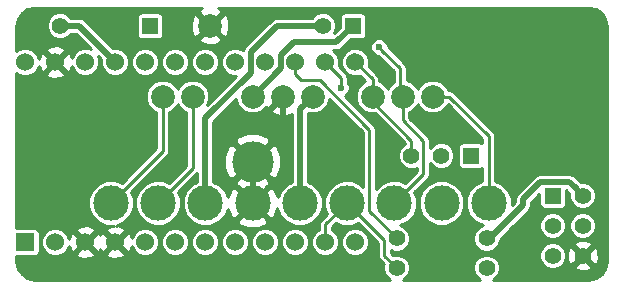
<source format=gbr>
G04 #@! TF.FileFunction,Copper,L2,Bot,Signal*
%FSLAX46Y46*%
G04 Gerber Fmt 4.6, Leading zero omitted, Abs format (unit mm)*
G04 Created by KiCad (PCBNEW 4.0.1-stable) date 2017/09/04 6:08:59*
%MOMM*%
G01*
G04 APERTURE LIST*
%ADD10C,0.100000*%
%ADD11C,0.700000*%
%ADD12R,1.397000X1.397000*%
%ADD13C,1.397000*%
%ADD14R,1.524000X1.524000*%
%ADD15C,1.524000*%
%ADD16C,2.000000*%
%ADD17C,3.000000*%
%ADD18C,3.500000*%
%ADD19C,0.600000*%
%ADD20C,0.500000*%
%ADD21C,0.250000*%
%ADD22C,0.254000*%
G04 APERTURE END LIST*
D10*
D11*
X206300000Y-118100000D03*
X180700000Y-126300000D03*
X180700000Y-105300000D03*
X180700000Y-111300000D03*
X180700000Y-115900000D03*
X180700000Y-120900000D03*
X185300000Y-120900000D03*
X185300000Y-111300000D03*
X185300000Y-115900000D03*
X190300000Y-115900000D03*
X214900000Y-104500000D03*
X228300000Y-117100000D03*
X228300000Y-111700000D03*
X193700000Y-114300000D03*
X228300000Y-104700000D03*
X218300000Y-124900000D03*
X213900000Y-122700000D03*
X210500000Y-126300000D03*
X211300000Y-118100000D03*
D12*
X218500000Y-116500000D03*
D13*
X215960000Y-116500000D03*
X213420000Y-116500000D03*
D12*
X225420000Y-119880000D03*
D13*
X227960000Y-119880000D03*
X225420000Y-122420000D03*
X227960000Y-122420000D03*
X225420000Y-124960000D03*
X227960000Y-124960000D03*
D12*
X208500000Y-105500000D03*
D13*
X205960000Y-105500000D03*
D14*
X180770000Y-123820000D03*
D15*
X183310000Y-123820000D03*
X185850000Y-123820000D03*
X188390000Y-123820000D03*
X190930000Y-123820000D03*
X193470000Y-123820000D03*
X196010000Y-123820000D03*
X198550000Y-123820000D03*
X201090000Y-123820000D03*
X203630000Y-123820000D03*
X206170000Y-123820000D03*
X208710000Y-123820000D03*
X208710000Y-108580000D03*
X206170000Y-108580000D03*
X203630000Y-108580000D03*
X201090000Y-108580000D03*
X198550000Y-108580000D03*
X196010000Y-108580000D03*
X193470000Y-108580000D03*
X190930000Y-108580000D03*
X188390000Y-108580000D03*
X185850000Y-108580000D03*
X183310000Y-108580000D03*
X180770000Y-108580000D03*
D16*
X215240000Y-111500000D03*
X212700000Y-111500000D03*
X210160000Y-111500000D03*
X205080000Y-111500000D03*
X202540000Y-111500000D03*
X200000000Y-111500000D03*
X194920000Y-111500000D03*
X192380000Y-111500000D03*
D17*
X200000000Y-120500000D03*
D18*
X200000000Y-117000000D03*
D17*
X204000000Y-120500000D03*
X208000000Y-120500000D03*
X212000000Y-120500000D03*
X216000000Y-120500000D03*
X220000000Y-120500000D03*
X196000000Y-120500000D03*
X192000000Y-120500000D03*
X188000000Y-120500000D03*
D16*
X196400000Y-105500000D03*
D13*
X212190000Y-123500000D03*
X219810000Y-123500000D03*
X212190000Y-126000000D03*
X219810000Y-126000000D03*
D12*
X191310000Y-105500000D03*
D13*
X183690000Y-105500000D03*
D11*
X190300000Y-111300000D03*
D19*
X210700000Y-107300000D03*
X207500000Y-110750000D03*
D20*
X219810000Y-123500000D02*
X220100000Y-123500000D01*
X220100000Y-123500000D02*
X222900000Y-120700000D01*
X222900000Y-120700000D02*
X222900000Y-120192998D01*
X227261501Y-119181501D02*
X227960000Y-119880000D01*
X222900000Y-120192998D02*
X224361499Y-118731499D01*
X224361499Y-118731499D02*
X226811499Y-118731499D01*
X226811499Y-118731499D02*
X227261501Y-119181501D01*
X200000000Y-111500000D02*
X202417999Y-109082001D01*
X202417999Y-109082001D02*
X202417999Y-107998239D01*
X202417999Y-107998239D02*
X203516238Y-106900000D01*
X203516238Y-106900000D02*
X207100000Y-106900000D01*
X207100000Y-106900000D02*
X208500000Y-105500000D01*
X208051510Y-105948487D02*
X208500000Y-105500000D01*
X208051510Y-105368583D02*
X208051510Y-105948487D01*
X183690000Y-105500000D02*
X185310000Y-105500000D01*
X185310000Y-105500000D02*
X188390000Y-108580000D01*
X200000000Y-117000000D02*
X200000000Y-120500000D01*
X202540000Y-111500000D02*
X202540000Y-114460000D01*
X202540000Y-114460000D02*
X200000000Y-117000000D01*
X204000000Y-120500000D02*
X204000000Y-112580000D01*
X204000000Y-112580000D02*
X205080000Y-111500000D01*
D21*
X213420000Y-116500000D02*
X213420000Y-115220000D01*
X213420000Y-115220000D02*
X210160000Y-111960000D01*
X210160000Y-111960000D02*
X210160000Y-111500000D01*
X210160000Y-111500000D02*
X210160000Y-110030000D01*
X210160000Y-110030000D02*
X208710000Y-108580000D01*
X208500000Y-107910000D02*
X208970000Y-108380000D01*
D20*
X196000000Y-120500000D02*
X196000000Y-113353998D01*
X196000000Y-113353998D02*
X199877999Y-109475999D01*
X199877999Y-109475999D02*
X199877999Y-107722001D01*
X199877999Y-107722001D02*
X202100000Y-105500000D01*
X202100000Y-105500000D02*
X205960000Y-105500000D01*
D21*
X220000000Y-120500000D02*
X220000000Y-114845787D01*
X220000000Y-114845787D02*
X216654213Y-111500000D01*
X216654213Y-111500000D02*
X215240000Y-111500000D01*
X212500000Y-111300000D02*
X212500000Y-109100000D01*
X212500000Y-109100000D02*
X210999999Y-107599999D01*
X210999999Y-107599999D02*
X210700000Y-107300000D01*
X212000000Y-120500000D02*
X214443501Y-118056499D01*
X214443501Y-118056499D02*
X214443501Y-115243501D01*
X214443501Y-115243501D02*
X212700000Y-113500000D01*
X212700000Y-113500000D02*
X212700000Y-111500000D01*
X207500000Y-110750000D02*
X207500000Y-109910000D01*
X207500000Y-109910000D02*
X206170000Y-108580000D01*
X192000000Y-120500000D02*
X194920000Y-117580000D01*
X194920000Y-117580000D02*
X194920000Y-111500000D01*
X212190000Y-123500000D02*
X209900000Y-121210000D01*
X209900000Y-121210000D02*
X209900000Y-114300000D01*
X209900000Y-114300000D02*
X205700000Y-110100000D01*
X205700000Y-110100000D02*
X204100000Y-110100000D01*
X204100000Y-110100000D02*
X203630000Y-109630000D01*
X203630000Y-109630000D02*
X203630000Y-108580000D01*
X188000000Y-120500000D02*
X192380000Y-116120000D01*
X192380000Y-116120000D02*
X192380000Y-111500000D01*
X208000000Y-120500000D02*
X206170000Y-122330000D01*
X206170000Y-122330000D02*
X206170000Y-123820000D01*
X212190000Y-126000000D02*
X211166499Y-124976499D01*
X211166499Y-124976499D02*
X211166499Y-123666499D01*
X211166499Y-123666499D02*
X208000000Y-120500000D01*
D22*
G36*
X195525736Y-104080613D02*
X195427073Y-104347468D01*
X196400000Y-105320395D01*
X197372927Y-104347468D01*
X197274264Y-104080613D01*
X197062662Y-104002000D01*
X228450559Y-104002000D01*
X229069496Y-104125115D01*
X229552292Y-104447708D01*
X229874886Y-104930504D01*
X229998000Y-105549441D01*
X229998000Y-125450559D01*
X229874886Y-126069496D01*
X229552292Y-126552292D01*
X229069496Y-126874885D01*
X228450559Y-126998000D01*
X220341940Y-126998000D01*
X220446712Y-126954709D01*
X220763596Y-126638377D01*
X220935304Y-126224858D01*
X220935695Y-125777106D01*
X220764709Y-125363288D01*
X220584630Y-125182894D01*
X224294305Y-125182894D01*
X224465291Y-125596712D01*
X224781623Y-125913596D01*
X225195142Y-126085304D01*
X225642894Y-126085695D01*
X226056712Y-125914709D01*
X226077268Y-125894188D01*
X227205417Y-125894188D01*
X227267071Y-126129800D01*
X227767480Y-126305927D01*
X228297199Y-126277148D01*
X228652929Y-126129800D01*
X228714583Y-125894188D01*
X227960000Y-125139605D01*
X227205417Y-125894188D01*
X226077268Y-125894188D01*
X226373596Y-125598377D01*
X226545304Y-125184858D01*
X226545668Y-124767480D01*
X226614073Y-124767480D01*
X226642852Y-125297199D01*
X226790200Y-125652929D01*
X227025812Y-125714583D01*
X227780395Y-124960000D01*
X228139605Y-124960000D01*
X228894188Y-125714583D01*
X229129800Y-125652929D01*
X229305927Y-125152520D01*
X229277148Y-124622801D01*
X229129800Y-124267071D01*
X228894188Y-124205417D01*
X228139605Y-124960000D01*
X227780395Y-124960000D01*
X227025812Y-124205417D01*
X226790200Y-124267071D01*
X226614073Y-124767480D01*
X226545668Y-124767480D01*
X226545695Y-124737106D01*
X226374709Y-124323288D01*
X226077752Y-124025812D01*
X227205417Y-124025812D01*
X227960000Y-124780395D01*
X228714583Y-124025812D01*
X228652929Y-123790200D01*
X228152520Y-123614073D01*
X227622801Y-123642852D01*
X227267071Y-123790200D01*
X227205417Y-124025812D01*
X226077752Y-124025812D01*
X226058377Y-124006404D01*
X225644858Y-123834696D01*
X225197106Y-123834305D01*
X224783288Y-124005291D01*
X224466404Y-124321623D01*
X224294696Y-124735142D01*
X224294305Y-125182894D01*
X220584630Y-125182894D01*
X220448377Y-125046404D01*
X220034858Y-124874696D01*
X219587106Y-124874305D01*
X219173288Y-125045291D01*
X218856404Y-125361623D01*
X218684696Y-125775142D01*
X218684305Y-126222894D01*
X218855291Y-126636712D01*
X219171623Y-126953596D01*
X219278560Y-126998000D01*
X212721940Y-126998000D01*
X212826712Y-126954709D01*
X213143596Y-126638377D01*
X213315304Y-126224858D01*
X213315695Y-125777106D01*
X213144709Y-125363288D01*
X212828377Y-125046404D01*
X212414858Y-124874696D01*
X211967106Y-124874305D01*
X211880667Y-124910021D01*
X211718499Y-124747853D01*
X211718499Y-124522889D01*
X211965142Y-124625304D01*
X212412894Y-124625695D01*
X212826712Y-124454709D01*
X213143596Y-124138377D01*
X213315304Y-123724858D01*
X213315695Y-123277106D01*
X213144709Y-122863288D01*
X212828377Y-122546404D01*
X212461821Y-122394197D01*
X213090132Y-122134584D01*
X213632678Y-121592983D01*
X213926665Y-120884986D01*
X213926667Y-120881622D01*
X214072666Y-120881622D01*
X214365416Y-121590132D01*
X214907017Y-122132678D01*
X215615014Y-122426665D01*
X216381622Y-122427334D01*
X217090132Y-122134584D01*
X217632678Y-121592983D01*
X217926665Y-120884986D01*
X217927334Y-120118378D01*
X217634584Y-119409868D01*
X217092983Y-118867322D01*
X216384986Y-118573335D01*
X215618378Y-118572666D01*
X214909868Y-118865416D01*
X214367322Y-119407017D01*
X214073335Y-120115014D01*
X214072666Y-120881622D01*
X213926667Y-120881622D01*
X213927334Y-120118378D01*
X213703643Y-119577003D01*
X214833824Y-118446822D01*
X214953482Y-118267741D01*
X214953483Y-118267740D01*
X214995501Y-118056499D01*
X214995501Y-117113018D01*
X215005291Y-117136712D01*
X215321623Y-117453596D01*
X215735142Y-117625304D01*
X216182894Y-117625695D01*
X216596712Y-117454709D01*
X216913596Y-117138377D01*
X217085304Y-116724858D01*
X217085695Y-116277106D01*
X216914709Y-115863288D01*
X216598377Y-115546404D01*
X216184858Y-115374696D01*
X215737106Y-115374305D01*
X215323288Y-115545291D01*
X215006404Y-115861623D01*
X214995501Y-115887880D01*
X214995501Y-115243501D01*
X214953483Y-115032260D01*
X214953483Y-115032259D01*
X214833824Y-114853178D01*
X213252000Y-113271354D01*
X213252000Y-112815935D01*
X213507275Y-112710457D01*
X213909047Y-112309386D01*
X213969881Y-112162882D01*
X214029543Y-112307275D01*
X214430614Y-112709047D01*
X214954907Y-112926752D01*
X215522603Y-112927248D01*
X216047275Y-112710457D01*
X216449047Y-112309386D01*
X216517676Y-112144109D01*
X219448000Y-115074433D01*
X219448000Y-115455179D01*
X219367881Y-115400436D01*
X219198500Y-115366135D01*
X217801500Y-115366135D01*
X217643263Y-115395909D01*
X217497933Y-115489427D01*
X217400436Y-115632119D01*
X217366135Y-115801500D01*
X217366135Y-117198500D01*
X217395909Y-117356737D01*
X217489427Y-117502067D01*
X217632119Y-117599564D01*
X217801500Y-117633865D01*
X219198500Y-117633865D01*
X219356737Y-117604091D01*
X219448000Y-117545364D01*
X219448000Y-118643065D01*
X218909868Y-118865416D01*
X218367322Y-119407017D01*
X218073335Y-120115014D01*
X218072666Y-120881622D01*
X218365416Y-121590132D01*
X218907017Y-122132678D01*
X219537890Y-122394640D01*
X219173288Y-122545291D01*
X218856404Y-122861623D01*
X218684696Y-123275142D01*
X218684305Y-123722894D01*
X218855291Y-124136712D01*
X219171623Y-124453596D01*
X219585142Y-124625304D01*
X220032894Y-124625695D01*
X220446712Y-124454709D01*
X220763596Y-124138377D01*
X220935304Y-123724858D01*
X220935394Y-123622028D01*
X221914528Y-122642894D01*
X224294305Y-122642894D01*
X224465291Y-123056712D01*
X224781623Y-123373596D01*
X225195142Y-123545304D01*
X225642894Y-123545695D01*
X226056712Y-123374709D01*
X226373596Y-123058377D01*
X226545304Y-122644858D01*
X226545305Y-122642894D01*
X226834305Y-122642894D01*
X227005291Y-123056712D01*
X227321623Y-123373596D01*
X227735142Y-123545304D01*
X228182894Y-123545695D01*
X228596712Y-123374709D01*
X228913596Y-123058377D01*
X229085304Y-122644858D01*
X229085695Y-122197106D01*
X228914709Y-121783288D01*
X228598377Y-121466404D01*
X228184858Y-121294696D01*
X227737106Y-121294305D01*
X227323288Y-121465291D01*
X227006404Y-121781623D01*
X226834696Y-122195142D01*
X226834305Y-122642894D01*
X226545305Y-122642894D01*
X226545695Y-122197106D01*
X226374709Y-121783288D01*
X226058377Y-121466404D01*
X225644858Y-121294696D01*
X225197106Y-121294305D01*
X224783288Y-121465291D01*
X224466404Y-121781623D01*
X224294696Y-122195142D01*
X224294305Y-122642894D01*
X221914528Y-122642894D01*
X223378711Y-121178711D01*
X223414288Y-121125466D01*
X223525466Y-120959077D01*
X223577000Y-120700000D01*
X223577000Y-120473420D01*
X224286135Y-119764285D01*
X224286135Y-120578500D01*
X224315909Y-120736737D01*
X224409427Y-120882067D01*
X224552119Y-120979564D01*
X224721500Y-121013865D01*
X226118500Y-121013865D01*
X226276737Y-120984091D01*
X226422067Y-120890573D01*
X226519564Y-120747881D01*
X226553865Y-120578500D01*
X226553865Y-119431287D01*
X226834646Y-119712068D01*
X226834305Y-120102894D01*
X227005291Y-120516712D01*
X227321623Y-120833596D01*
X227735142Y-121005304D01*
X228182894Y-121005695D01*
X228596712Y-120834709D01*
X228913596Y-120518377D01*
X229085304Y-120104858D01*
X229085695Y-119657106D01*
X228914709Y-119243288D01*
X228598377Y-118926404D01*
X228184858Y-118754696D01*
X227791775Y-118754353D01*
X227290210Y-118252788D01*
X227070576Y-118106033D01*
X226811499Y-118054499D01*
X224361499Y-118054499D01*
X224102423Y-118106032D01*
X223882788Y-118252788D01*
X222421289Y-119714287D01*
X222274534Y-119933921D01*
X222223000Y-120192998D01*
X222223000Y-120419578D01*
X221926813Y-120715765D01*
X221927334Y-120118378D01*
X221634584Y-119409868D01*
X221092983Y-118867322D01*
X220552000Y-118642685D01*
X220552000Y-114845787D01*
X220509982Y-114634546D01*
X220390323Y-114455464D01*
X217044536Y-111109677D01*
X216865455Y-110990018D01*
X216654213Y-110948000D01*
X216555935Y-110948000D01*
X216450457Y-110692725D01*
X216049386Y-110290953D01*
X215525093Y-110073248D01*
X214957397Y-110072752D01*
X214432725Y-110289543D01*
X214030953Y-110690614D01*
X213970119Y-110837118D01*
X213910457Y-110692725D01*
X213509386Y-110290953D01*
X213052000Y-110101030D01*
X213052000Y-109100000D01*
X213009982Y-108888759D01*
X213009982Y-108888758D01*
X212890323Y-108709677D01*
X211427047Y-107246401D01*
X211427126Y-107156025D01*
X211316680Y-106888725D01*
X211112350Y-106684039D01*
X210845244Y-106573126D01*
X210556025Y-106572874D01*
X210288725Y-106683320D01*
X210084039Y-106887650D01*
X209973126Y-107154756D01*
X209972874Y-107443975D01*
X210083320Y-107711275D01*
X210287650Y-107915961D01*
X210554756Y-108026874D01*
X210646308Y-108026954D01*
X211948000Y-109328646D01*
X211948000Y-110266704D01*
X211892725Y-110289543D01*
X211490953Y-110690614D01*
X211430119Y-110837118D01*
X211370457Y-110692725D01*
X210969386Y-110290953D01*
X210712000Y-110184077D01*
X210712000Y-110030000D01*
X210669982Y-109818759D01*
X210669982Y-109818758D01*
X210550323Y-109639677D01*
X209848737Y-108938091D01*
X209898793Y-108817544D01*
X209899206Y-108344531D01*
X209718573Y-107907365D01*
X209384394Y-107572603D01*
X208947544Y-107391207D01*
X208665708Y-107390961D01*
X208500000Y-107358000D01*
X208288758Y-107400018D01*
X208109677Y-107519677D01*
X208089489Y-107549890D01*
X208037365Y-107571427D01*
X207702603Y-107905606D01*
X207521207Y-108342456D01*
X207520794Y-108815469D01*
X207701427Y-109252635D01*
X208035606Y-109587397D01*
X208472456Y-109768793D01*
X208945469Y-109769206D01*
X209067951Y-109718597D01*
X209555225Y-110205871D01*
X209352725Y-110289543D01*
X208950953Y-110690614D01*
X208733248Y-111214907D01*
X208732752Y-111782603D01*
X208949543Y-112307275D01*
X209350614Y-112709047D01*
X209874907Y-112926752D01*
X210346518Y-112927164D01*
X212868000Y-115448646D01*
X212868000Y-115510289D01*
X212783288Y-115545291D01*
X212466404Y-115861623D01*
X212294696Y-116275142D01*
X212294305Y-116722894D01*
X212465291Y-117136712D01*
X212781623Y-117453596D01*
X213195142Y-117625304D01*
X213642894Y-117625695D01*
X213891501Y-117522973D01*
X213891501Y-117827853D01*
X212922728Y-118796626D01*
X212384986Y-118573335D01*
X211618378Y-118572666D01*
X210909868Y-118865416D01*
X210452000Y-119322486D01*
X210452000Y-114300000D01*
X210409982Y-114088759D01*
X210409982Y-114088758D01*
X210290323Y-113909677D01*
X207795262Y-111414616D01*
X207911275Y-111366680D01*
X208115961Y-111162350D01*
X208226874Y-110895244D01*
X208227126Y-110606025D01*
X208116680Y-110338725D01*
X208052000Y-110273932D01*
X208052000Y-109910000D01*
X208023995Y-109769206D01*
X208009982Y-109698758D01*
X207890323Y-109519677D01*
X207308737Y-108938091D01*
X207358793Y-108817544D01*
X207359206Y-108344531D01*
X207178573Y-107907365D01*
X206848783Y-107577000D01*
X207100000Y-107577000D01*
X207359077Y-107525466D01*
X207578711Y-107378711D01*
X208323557Y-106633865D01*
X209198500Y-106633865D01*
X209356737Y-106604091D01*
X209502067Y-106510573D01*
X209599564Y-106367881D01*
X209633865Y-106198500D01*
X209633865Y-104801500D01*
X209604091Y-104643263D01*
X209510573Y-104497933D01*
X209367881Y-104400436D01*
X209198500Y-104366135D01*
X207801500Y-104366135D01*
X207643263Y-104395909D01*
X207497933Y-104489427D01*
X207400436Y-104632119D01*
X207366135Y-104801500D01*
X207366135Y-105676443D01*
X206920267Y-106122311D01*
X207085304Y-105724858D01*
X207085695Y-105277106D01*
X206914709Y-104863288D01*
X206598377Y-104546404D01*
X206184858Y-104374696D01*
X205737106Y-104374305D01*
X205323288Y-104545291D01*
X205045094Y-104823000D01*
X202100000Y-104823000D01*
X201840923Y-104874534D01*
X201632903Y-105013529D01*
X201621289Y-105021289D01*
X199399288Y-107243290D01*
X199252533Y-107462924D01*
X199229666Y-107577884D01*
X199224394Y-107572603D01*
X198787544Y-107391207D01*
X198314531Y-107390794D01*
X197877365Y-107571427D01*
X197542603Y-107905606D01*
X197361207Y-108342456D01*
X197360794Y-108815469D01*
X197541427Y-109252635D01*
X197875606Y-109587397D01*
X198312456Y-109768793D01*
X198627508Y-109769068D01*
X196158769Y-112237807D01*
X196346752Y-111785093D01*
X196347248Y-111217397D01*
X196130457Y-110692725D01*
X195729386Y-110290953D01*
X195205093Y-110073248D01*
X194637397Y-110072752D01*
X194112725Y-110289543D01*
X193710953Y-110690614D01*
X193650119Y-110837118D01*
X193590457Y-110692725D01*
X193189386Y-110290953D01*
X192665093Y-110073248D01*
X192097397Y-110072752D01*
X191572725Y-110289543D01*
X191170953Y-110690614D01*
X190953248Y-111214907D01*
X190952752Y-111782603D01*
X191169543Y-112307275D01*
X191570614Y-112709047D01*
X191828000Y-112815923D01*
X191828000Y-115891354D01*
X188922728Y-118796626D01*
X188384986Y-118573335D01*
X187618378Y-118572666D01*
X186909868Y-118865416D01*
X186367322Y-119407017D01*
X186073335Y-120115014D01*
X186072666Y-120881622D01*
X186365416Y-121590132D01*
X186907017Y-122132678D01*
X187615014Y-122426665D01*
X188270417Y-122427237D01*
X188042632Y-122438638D01*
X187658857Y-122597603D01*
X187589392Y-122839787D01*
X188390000Y-123640395D01*
X189190608Y-122839787D01*
X189121143Y-122597603D01*
X188597698Y-122410856D01*
X188397217Y-122420890D01*
X189090132Y-122134584D01*
X189632678Y-121592983D01*
X189926665Y-120884986D01*
X189927334Y-120118378D01*
X189703643Y-119577003D01*
X192770323Y-116510323D01*
X192889981Y-116331242D01*
X192889982Y-116331241D01*
X192932000Y-116120000D01*
X192932000Y-112815935D01*
X193187275Y-112710457D01*
X193589047Y-112309386D01*
X193649881Y-112162882D01*
X193709543Y-112307275D01*
X194110614Y-112709047D01*
X194368000Y-112815923D01*
X194368000Y-117351354D01*
X192922728Y-118796626D01*
X192384986Y-118573335D01*
X191618378Y-118572666D01*
X190909868Y-118865416D01*
X190367322Y-119407017D01*
X190073335Y-120115014D01*
X190072666Y-120881622D01*
X190365416Y-121590132D01*
X190907017Y-122132678D01*
X191615014Y-122426665D01*
X192381622Y-122427334D01*
X193090132Y-122134584D01*
X193632678Y-121592983D01*
X193926665Y-120884986D01*
X193927334Y-120118378D01*
X193703643Y-119577003D01*
X195310323Y-117970323D01*
X195323000Y-117951351D01*
X195323000Y-118694714D01*
X194909868Y-118865416D01*
X194367322Y-119407017D01*
X194073335Y-120115014D01*
X194072666Y-120881622D01*
X194365416Y-121590132D01*
X194907017Y-122132678D01*
X195615014Y-122426665D01*
X196381622Y-122427334D01*
X197090132Y-122134584D01*
X197210956Y-122013970D01*
X198665635Y-122013970D01*
X198825418Y-122332739D01*
X199616187Y-122642723D01*
X200465387Y-122626497D01*
X201174582Y-122332739D01*
X201334365Y-122013970D01*
X200000000Y-120679605D01*
X198665635Y-122013970D01*
X197210956Y-122013970D01*
X197632678Y-121592983D01*
X197883379Y-120989230D01*
X198167261Y-121674582D01*
X198486030Y-121834365D01*
X199820395Y-120500000D01*
X198486030Y-119165635D01*
X198167261Y-119325418D01*
X197890943Y-120030305D01*
X197634584Y-119409868D01*
X197092983Y-118867322D01*
X196677000Y-118694590D01*
X196677000Y-118694528D01*
X198485077Y-118694528D01*
X198675364Y-119039271D01*
X198747774Y-119068169D01*
X200000000Y-120320395D01*
X201250356Y-119070039D01*
X201324636Y-119039271D01*
X201514923Y-118694528D01*
X200000000Y-117179605D01*
X198485077Y-118694528D01*
X196677000Y-118694528D01*
X196677000Y-116556591D01*
X197609044Y-116556591D01*
X197621359Y-117505323D01*
X197960729Y-118324636D01*
X198305472Y-118514923D01*
X199820395Y-117000000D01*
X200179605Y-117000000D01*
X201694528Y-118514923D01*
X202039271Y-118324636D01*
X202390956Y-117443409D01*
X202378641Y-116494677D01*
X202039271Y-115675364D01*
X201694528Y-115485077D01*
X200179605Y-117000000D01*
X199820395Y-117000000D01*
X198305472Y-115485077D01*
X197960729Y-115675364D01*
X197609044Y-116556591D01*
X196677000Y-116556591D01*
X196677000Y-115305472D01*
X198485077Y-115305472D01*
X200000000Y-116820395D01*
X201514923Y-115305472D01*
X201324636Y-114960729D01*
X200443409Y-114609044D01*
X199494677Y-114621359D01*
X198675364Y-114960729D01*
X198485077Y-115305472D01*
X196677000Y-115305472D01*
X196677000Y-113634420D01*
X198572790Y-111738630D01*
X198572752Y-111782603D01*
X198789543Y-112307275D01*
X199190614Y-112709047D01*
X199714907Y-112926752D01*
X200282603Y-112927248D01*
X200807275Y-112710457D01*
X201137720Y-112380589D01*
X201387468Y-112472927D01*
X202360395Y-111500000D01*
X202346253Y-111485858D01*
X202525858Y-111306253D01*
X202540000Y-111320395D01*
X202554143Y-111306253D01*
X202733748Y-111485858D01*
X202719605Y-111500000D01*
X202733748Y-111514143D01*
X202554143Y-111693748D01*
X202540000Y-111679605D01*
X201567073Y-112652532D01*
X201665736Y-112919387D01*
X202275461Y-113145908D01*
X202925460Y-113121856D01*
X203323000Y-112957190D01*
X203323000Y-118694714D01*
X202909868Y-118865416D01*
X202367322Y-119407017D01*
X202116621Y-120010770D01*
X201832739Y-119325418D01*
X201513970Y-119165635D01*
X200179605Y-120500000D01*
X201513970Y-121834365D01*
X201832739Y-121674582D01*
X202109057Y-120969695D01*
X202365416Y-121590132D01*
X202907017Y-122132678D01*
X203615014Y-122426665D01*
X204381622Y-122427334D01*
X205090132Y-122134584D01*
X205632678Y-121592983D01*
X205926665Y-120884986D01*
X205927334Y-120118378D01*
X205634584Y-119409868D01*
X205092983Y-118867322D01*
X204677000Y-118694590D01*
X204677000Y-112877793D01*
X204794907Y-112926752D01*
X205362603Y-112927248D01*
X205887275Y-112710457D01*
X206289047Y-112309386D01*
X206506752Y-111785093D01*
X206506837Y-111687483D01*
X209348000Y-114528646D01*
X209348000Y-119122784D01*
X209092983Y-118867322D01*
X208384986Y-118573335D01*
X207618378Y-118572666D01*
X206909868Y-118865416D01*
X206367322Y-119407017D01*
X206073335Y-120115014D01*
X206072666Y-120881622D01*
X206296357Y-121422997D01*
X205779677Y-121939677D01*
X205660018Y-122118758D01*
X205660018Y-122118759D01*
X205618000Y-122330000D01*
X205618000Y-122761582D01*
X205497365Y-122811427D01*
X205162603Y-123145606D01*
X204981207Y-123582456D01*
X204980794Y-124055469D01*
X205161427Y-124492635D01*
X205495606Y-124827397D01*
X205932456Y-125008793D01*
X206405469Y-125009206D01*
X206842635Y-124828573D01*
X207177397Y-124494394D01*
X207358793Y-124057544D01*
X207358794Y-124055469D01*
X207520794Y-124055469D01*
X207701427Y-124492635D01*
X208035606Y-124827397D01*
X208472456Y-125008793D01*
X208945469Y-125009206D01*
X209382635Y-124828573D01*
X209717397Y-124494394D01*
X209898793Y-124057544D01*
X209899206Y-123584531D01*
X209718573Y-123147365D01*
X209384394Y-122812603D01*
X208947544Y-122631207D01*
X208474531Y-122630794D01*
X208037365Y-122811427D01*
X207702603Y-123145606D01*
X207521207Y-123582456D01*
X207520794Y-124055469D01*
X207358794Y-124055469D01*
X207359206Y-123584531D01*
X207178573Y-123147365D01*
X206844394Y-122812603D01*
X206722000Y-122761781D01*
X206722000Y-122558646D01*
X207077272Y-122203374D01*
X207615014Y-122426665D01*
X208381622Y-122427334D01*
X208922997Y-122203643D01*
X210614499Y-123895145D01*
X210614499Y-124976499D01*
X210656517Y-125187741D01*
X210776176Y-125366822D01*
X211099846Y-125690492D01*
X211064696Y-125775142D01*
X211064305Y-126222894D01*
X211235291Y-126636712D01*
X211551623Y-126953596D01*
X211658560Y-126998000D01*
X181549441Y-126998000D01*
X180930504Y-126874886D01*
X180447708Y-126552292D01*
X180125115Y-126069496D01*
X180002000Y-125450559D01*
X180002000Y-125016150D01*
X180008000Y-125017365D01*
X181532000Y-125017365D01*
X181690237Y-124987591D01*
X181835567Y-124894073D01*
X181933064Y-124751381D01*
X181967365Y-124582000D01*
X181967365Y-124055469D01*
X182120794Y-124055469D01*
X182301427Y-124492635D01*
X182635606Y-124827397D01*
X183072456Y-125008793D01*
X183545469Y-125009206D01*
X183982635Y-124828573D01*
X184011044Y-124800213D01*
X185049392Y-124800213D01*
X185118857Y-125042397D01*
X185642302Y-125229144D01*
X186197368Y-125201362D01*
X186581143Y-125042397D01*
X186650608Y-124800213D01*
X187589392Y-124800213D01*
X187658857Y-125042397D01*
X188182302Y-125229144D01*
X188737368Y-125201362D01*
X189121143Y-125042397D01*
X189190608Y-124800213D01*
X188390000Y-123999605D01*
X187589392Y-124800213D01*
X186650608Y-124800213D01*
X185850000Y-123999605D01*
X185049392Y-124800213D01*
X184011044Y-124800213D01*
X184317397Y-124494394D01*
X184466976Y-124134167D01*
X184468638Y-124167368D01*
X184627603Y-124551143D01*
X184869787Y-124620608D01*
X185670395Y-123820000D01*
X186029605Y-123820000D01*
X186830213Y-124620608D01*
X187072397Y-124551143D01*
X187116453Y-124427656D01*
X187167603Y-124551143D01*
X187409787Y-124620608D01*
X188210395Y-123820000D01*
X188569605Y-123820000D01*
X189370213Y-124620608D01*
X189612397Y-124551143D01*
X189766790Y-124118385D01*
X189921427Y-124492635D01*
X190255606Y-124827397D01*
X190692456Y-125008793D01*
X191165469Y-125009206D01*
X191602635Y-124828573D01*
X191937397Y-124494394D01*
X192118793Y-124057544D01*
X192118794Y-124055469D01*
X192280794Y-124055469D01*
X192461427Y-124492635D01*
X192795606Y-124827397D01*
X193232456Y-125008793D01*
X193705469Y-125009206D01*
X194142635Y-124828573D01*
X194477397Y-124494394D01*
X194658793Y-124057544D01*
X194658794Y-124055469D01*
X194820794Y-124055469D01*
X195001427Y-124492635D01*
X195335606Y-124827397D01*
X195772456Y-125008793D01*
X196245469Y-125009206D01*
X196682635Y-124828573D01*
X197017397Y-124494394D01*
X197198793Y-124057544D01*
X197198794Y-124055469D01*
X197360794Y-124055469D01*
X197541427Y-124492635D01*
X197875606Y-124827397D01*
X198312456Y-125008793D01*
X198785469Y-125009206D01*
X199222635Y-124828573D01*
X199557397Y-124494394D01*
X199738793Y-124057544D01*
X199738794Y-124055469D01*
X199900794Y-124055469D01*
X200081427Y-124492635D01*
X200415606Y-124827397D01*
X200852456Y-125008793D01*
X201325469Y-125009206D01*
X201762635Y-124828573D01*
X202097397Y-124494394D01*
X202278793Y-124057544D01*
X202278794Y-124055469D01*
X202440794Y-124055469D01*
X202621427Y-124492635D01*
X202955606Y-124827397D01*
X203392456Y-125008793D01*
X203865469Y-125009206D01*
X204302635Y-124828573D01*
X204637397Y-124494394D01*
X204818793Y-124057544D01*
X204819206Y-123584531D01*
X204638573Y-123147365D01*
X204304394Y-122812603D01*
X203867544Y-122631207D01*
X203394531Y-122630794D01*
X202957365Y-122811427D01*
X202622603Y-123145606D01*
X202441207Y-123582456D01*
X202440794Y-124055469D01*
X202278794Y-124055469D01*
X202279206Y-123584531D01*
X202098573Y-123147365D01*
X201764394Y-122812603D01*
X201327544Y-122631207D01*
X200854531Y-122630794D01*
X200417365Y-122811427D01*
X200082603Y-123145606D01*
X199901207Y-123582456D01*
X199900794Y-124055469D01*
X199738794Y-124055469D01*
X199739206Y-123584531D01*
X199558573Y-123147365D01*
X199224394Y-122812603D01*
X198787544Y-122631207D01*
X198314531Y-122630794D01*
X197877365Y-122811427D01*
X197542603Y-123145606D01*
X197361207Y-123582456D01*
X197360794Y-124055469D01*
X197198794Y-124055469D01*
X197199206Y-123584531D01*
X197018573Y-123147365D01*
X196684394Y-122812603D01*
X196247544Y-122631207D01*
X195774531Y-122630794D01*
X195337365Y-122811427D01*
X195002603Y-123145606D01*
X194821207Y-123582456D01*
X194820794Y-124055469D01*
X194658794Y-124055469D01*
X194659206Y-123584531D01*
X194478573Y-123147365D01*
X194144394Y-122812603D01*
X193707544Y-122631207D01*
X193234531Y-122630794D01*
X192797365Y-122811427D01*
X192462603Y-123145606D01*
X192281207Y-123582456D01*
X192280794Y-124055469D01*
X192118794Y-124055469D01*
X192119206Y-123584531D01*
X191938573Y-123147365D01*
X191604394Y-122812603D01*
X191167544Y-122631207D01*
X190694531Y-122630794D01*
X190257365Y-122811427D01*
X189922603Y-123145606D01*
X189773024Y-123505833D01*
X189771362Y-123472632D01*
X189612397Y-123088857D01*
X189370213Y-123019392D01*
X188569605Y-123820000D01*
X188210395Y-123820000D01*
X187409787Y-123019392D01*
X187167603Y-123088857D01*
X187123547Y-123212344D01*
X187072397Y-123088857D01*
X186830213Y-123019392D01*
X186029605Y-123820000D01*
X185670395Y-123820000D01*
X184869787Y-123019392D01*
X184627603Y-123088857D01*
X184473210Y-123521615D01*
X184318573Y-123147365D01*
X184011531Y-122839787D01*
X185049392Y-122839787D01*
X185850000Y-123640395D01*
X186650608Y-122839787D01*
X186581143Y-122597603D01*
X186057698Y-122410856D01*
X185502632Y-122438638D01*
X185118857Y-122597603D01*
X185049392Y-122839787D01*
X184011531Y-122839787D01*
X183984394Y-122812603D01*
X183547544Y-122631207D01*
X183074531Y-122630794D01*
X182637365Y-122811427D01*
X182302603Y-123145606D01*
X182121207Y-123582456D01*
X182120794Y-124055469D01*
X181967365Y-124055469D01*
X181967365Y-123058000D01*
X181937591Y-122899763D01*
X181844073Y-122754433D01*
X181701381Y-122656936D01*
X181532000Y-122622635D01*
X180008000Y-122622635D01*
X180002000Y-122623764D01*
X180002000Y-109493628D01*
X180095606Y-109587397D01*
X180532456Y-109768793D01*
X181005469Y-109769206D01*
X181442635Y-109588573D01*
X181471044Y-109560213D01*
X182509392Y-109560213D01*
X182578857Y-109802397D01*
X183102302Y-109989144D01*
X183657368Y-109961362D01*
X184041143Y-109802397D01*
X184110608Y-109560213D01*
X183310000Y-108759605D01*
X182509392Y-109560213D01*
X181471044Y-109560213D01*
X181777397Y-109254394D01*
X181926976Y-108894167D01*
X181928638Y-108927368D01*
X182087603Y-109311143D01*
X182329787Y-109380608D01*
X183130395Y-108580000D01*
X182329787Y-107779392D01*
X182087603Y-107848857D01*
X181933210Y-108281615D01*
X181778573Y-107907365D01*
X181471531Y-107599787D01*
X182509392Y-107599787D01*
X183310000Y-108400395D01*
X184110608Y-107599787D01*
X184041143Y-107357603D01*
X183517698Y-107170856D01*
X182962632Y-107198638D01*
X182578857Y-107357603D01*
X182509392Y-107599787D01*
X181471531Y-107599787D01*
X181444394Y-107572603D01*
X181007544Y-107391207D01*
X180534531Y-107390794D01*
X180097365Y-107571427D01*
X180002000Y-107666626D01*
X180002000Y-105722894D01*
X182564305Y-105722894D01*
X182735291Y-106136712D01*
X183051623Y-106453596D01*
X183465142Y-106625304D01*
X183912894Y-106625695D01*
X184326712Y-106454709D01*
X184604906Y-106177000D01*
X185029578Y-106177000D01*
X186354731Y-107502153D01*
X186087544Y-107391207D01*
X185614531Y-107390794D01*
X185177365Y-107571427D01*
X184842603Y-107905606D01*
X184693024Y-108265833D01*
X184691362Y-108232632D01*
X184532397Y-107848857D01*
X184290213Y-107779392D01*
X183489605Y-108580000D01*
X184290213Y-109380608D01*
X184532397Y-109311143D01*
X184686790Y-108878385D01*
X184841427Y-109252635D01*
X185175606Y-109587397D01*
X185612456Y-109768793D01*
X186085469Y-109769206D01*
X186522635Y-109588573D01*
X186857397Y-109254394D01*
X187038793Y-108817544D01*
X187039206Y-108344531D01*
X186928022Y-108075444D01*
X187201202Y-108348624D01*
X187200794Y-108815469D01*
X187381427Y-109252635D01*
X187715606Y-109587397D01*
X188152456Y-109768793D01*
X188625469Y-109769206D01*
X189062635Y-109588573D01*
X189397397Y-109254394D01*
X189578793Y-108817544D01*
X189578794Y-108815469D01*
X189740794Y-108815469D01*
X189921427Y-109252635D01*
X190255606Y-109587397D01*
X190692456Y-109768793D01*
X191165469Y-109769206D01*
X191602635Y-109588573D01*
X191937397Y-109254394D01*
X192118793Y-108817544D01*
X192118794Y-108815469D01*
X192280794Y-108815469D01*
X192461427Y-109252635D01*
X192795606Y-109587397D01*
X193232456Y-109768793D01*
X193705469Y-109769206D01*
X194142635Y-109588573D01*
X194477397Y-109254394D01*
X194658793Y-108817544D01*
X194658794Y-108815469D01*
X194820794Y-108815469D01*
X195001427Y-109252635D01*
X195335606Y-109587397D01*
X195772456Y-109768793D01*
X196245469Y-109769206D01*
X196682635Y-109588573D01*
X197017397Y-109254394D01*
X197198793Y-108817544D01*
X197199206Y-108344531D01*
X197018573Y-107907365D01*
X196684394Y-107572603D01*
X196247544Y-107391207D01*
X195774531Y-107390794D01*
X195337365Y-107571427D01*
X195002603Y-107905606D01*
X194821207Y-108342456D01*
X194820794Y-108815469D01*
X194658794Y-108815469D01*
X194659206Y-108344531D01*
X194478573Y-107907365D01*
X194144394Y-107572603D01*
X193707544Y-107391207D01*
X193234531Y-107390794D01*
X192797365Y-107571427D01*
X192462603Y-107905606D01*
X192281207Y-108342456D01*
X192280794Y-108815469D01*
X192118794Y-108815469D01*
X192119206Y-108344531D01*
X191938573Y-107907365D01*
X191604394Y-107572603D01*
X191167544Y-107391207D01*
X190694531Y-107390794D01*
X190257365Y-107571427D01*
X189922603Y-107905606D01*
X189741207Y-108342456D01*
X189740794Y-108815469D01*
X189578794Y-108815469D01*
X189579206Y-108344531D01*
X189398573Y-107907365D01*
X189064394Y-107572603D01*
X188627544Y-107391207D01*
X188158219Y-107390797D01*
X187419954Y-106652532D01*
X195427073Y-106652532D01*
X195525736Y-106919387D01*
X196135461Y-107145908D01*
X196785460Y-107121856D01*
X197274264Y-106919387D01*
X197372927Y-106652532D01*
X196400000Y-105679605D01*
X195427073Y-106652532D01*
X187419954Y-106652532D01*
X185788711Y-105021289D01*
X185777097Y-105013529D01*
X185569077Y-104874534D01*
X185310000Y-104823000D01*
X184604491Y-104823000D01*
X184583029Y-104801500D01*
X190176135Y-104801500D01*
X190176135Y-106198500D01*
X190205909Y-106356737D01*
X190299427Y-106502067D01*
X190442119Y-106599564D01*
X190611500Y-106633865D01*
X192008500Y-106633865D01*
X192166737Y-106604091D01*
X192312067Y-106510573D01*
X192409564Y-106367881D01*
X192443865Y-106198500D01*
X192443865Y-105235461D01*
X194754092Y-105235461D01*
X194778144Y-105885460D01*
X194980613Y-106374264D01*
X195247468Y-106472927D01*
X196220395Y-105500000D01*
X196579605Y-105500000D01*
X197552532Y-106472927D01*
X197819387Y-106374264D01*
X198045908Y-105764539D01*
X198021856Y-105114540D01*
X197819387Y-104625736D01*
X197552532Y-104527073D01*
X196579605Y-105500000D01*
X196220395Y-105500000D01*
X195247468Y-104527073D01*
X194980613Y-104625736D01*
X194754092Y-105235461D01*
X192443865Y-105235461D01*
X192443865Y-104801500D01*
X192414091Y-104643263D01*
X192320573Y-104497933D01*
X192177881Y-104400436D01*
X192008500Y-104366135D01*
X190611500Y-104366135D01*
X190453263Y-104395909D01*
X190307933Y-104489427D01*
X190210436Y-104632119D01*
X190176135Y-104801500D01*
X184583029Y-104801500D01*
X184328377Y-104546404D01*
X183914858Y-104374696D01*
X183467106Y-104374305D01*
X183053288Y-104545291D01*
X182736404Y-104861623D01*
X182564696Y-105275142D01*
X182564305Y-105722894D01*
X180002000Y-105722894D01*
X180002000Y-105549441D01*
X180125115Y-104930504D01*
X180447708Y-104447708D01*
X180930504Y-104125114D01*
X181549441Y-104002000D01*
X195715525Y-104002000D01*
X195525736Y-104080613D01*
X195525736Y-104080613D01*
G37*
X195525736Y-104080613D02*
X195427073Y-104347468D01*
X196400000Y-105320395D01*
X197372927Y-104347468D01*
X197274264Y-104080613D01*
X197062662Y-104002000D01*
X228450559Y-104002000D01*
X229069496Y-104125115D01*
X229552292Y-104447708D01*
X229874886Y-104930504D01*
X229998000Y-105549441D01*
X229998000Y-125450559D01*
X229874886Y-126069496D01*
X229552292Y-126552292D01*
X229069496Y-126874885D01*
X228450559Y-126998000D01*
X220341940Y-126998000D01*
X220446712Y-126954709D01*
X220763596Y-126638377D01*
X220935304Y-126224858D01*
X220935695Y-125777106D01*
X220764709Y-125363288D01*
X220584630Y-125182894D01*
X224294305Y-125182894D01*
X224465291Y-125596712D01*
X224781623Y-125913596D01*
X225195142Y-126085304D01*
X225642894Y-126085695D01*
X226056712Y-125914709D01*
X226077268Y-125894188D01*
X227205417Y-125894188D01*
X227267071Y-126129800D01*
X227767480Y-126305927D01*
X228297199Y-126277148D01*
X228652929Y-126129800D01*
X228714583Y-125894188D01*
X227960000Y-125139605D01*
X227205417Y-125894188D01*
X226077268Y-125894188D01*
X226373596Y-125598377D01*
X226545304Y-125184858D01*
X226545668Y-124767480D01*
X226614073Y-124767480D01*
X226642852Y-125297199D01*
X226790200Y-125652929D01*
X227025812Y-125714583D01*
X227780395Y-124960000D01*
X228139605Y-124960000D01*
X228894188Y-125714583D01*
X229129800Y-125652929D01*
X229305927Y-125152520D01*
X229277148Y-124622801D01*
X229129800Y-124267071D01*
X228894188Y-124205417D01*
X228139605Y-124960000D01*
X227780395Y-124960000D01*
X227025812Y-124205417D01*
X226790200Y-124267071D01*
X226614073Y-124767480D01*
X226545668Y-124767480D01*
X226545695Y-124737106D01*
X226374709Y-124323288D01*
X226077752Y-124025812D01*
X227205417Y-124025812D01*
X227960000Y-124780395D01*
X228714583Y-124025812D01*
X228652929Y-123790200D01*
X228152520Y-123614073D01*
X227622801Y-123642852D01*
X227267071Y-123790200D01*
X227205417Y-124025812D01*
X226077752Y-124025812D01*
X226058377Y-124006404D01*
X225644858Y-123834696D01*
X225197106Y-123834305D01*
X224783288Y-124005291D01*
X224466404Y-124321623D01*
X224294696Y-124735142D01*
X224294305Y-125182894D01*
X220584630Y-125182894D01*
X220448377Y-125046404D01*
X220034858Y-124874696D01*
X219587106Y-124874305D01*
X219173288Y-125045291D01*
X218856404Y-125361623D01*
X218684696Y-125775142D01*
X218684305Y-126222894D01*
X218855291Y-126636712D01*
X219171623Y-126953596D01*
X219278560Y-126998000D01*
X212721940Y-126998000D01*
X212826712Y-126954709D01*
X213143596Y-126638377D01*
X213315304Y-126224858D01*
X213315695Y-125777106D01*
X213144709Y-125363288D01*
X212828377Y-125046404D01*
X212414858Y-124874696D01*
X211967106Y-124874305D01*
X211880667Y-124910021D01*
X211718499Y-124747853D01*
X211718499Y-124522889D01*
X211965142Y-124625304D01*
X212412894Y-124625695D01*
X212826712Y-124454709D01*
X213143596Y-124138377D01*
X213315304Y-123724858D01*
X213315695Y-123277106D01*
X213144709Y-122863288D01*
X212828377Y-122546404D01*
X212461821Y-122394197D01*
X213090132Y-122134584D01*
X213632678Y-121592983D01*
X213926665Y-120884986D01*
X213926667Y-120881622D01*
X214072666Y-120881622D01*
X214365416Y-121590132D01*
X214907017Y-122132678D01*
X215615014Y-122426665D01*
X216381622Y-122427334D01*
X217090132Y-122134584D01*
X217632678Y-121592983D01*
X217926665Y-120884986D01*
X217927334Y-120118378D01*
X217634584Y-119409868D01*
X217092983Y-118867322D01*
X216384986Y-118573335D01*
X215618378Y-118572666D01*
X214909868Y-118865416D01*
X214367322Y-119407017D01*
X214073335Y-120115014D01*
X214072666Y-120881622D01*
X213926667Y-120881622D01*
X213927334Y-120118378D01*
X213703643Y-119577003D01*
X214833824Y-118446822D01*
X214953482Y-118267741D01*
X214953483Y-118267740D01*
X214995501Y-118056499D01*
X214995501Y-117113018D01*
X215005291Y-117136712D01*
X215321623Y-117453596D01*
X215735142Y-117625304D01*
X216182894Y-117625695D01*
X216596712Y-117454709D01*
X216913596Y-117138377D01*
X217085304Y-116724858D01*
X217085695Y-116277106D01*
X216914709Y-115863288D01*
X216598377Y-115546404D01*
X216184858Y-115374696D01*
X215737106Y-115374305D01*
X215323288Y-115545291D01*
X215006404Y-115861623D01*
X214995501Y-115887880D01*
X214995501Y-115243501D01*
X214953483Y-115032260D01*
X214953483Y-115032259D01*
X214833824Y-114853178D01*
X213252000Y-113271354D01*
X213252000Y-112815935D01*
X213507275Y-112710457D01*
X213909047Y-112309386D01*
X213969881Y-112162882D01*
X214029543Y-112307275D01*
X214430614Y-112709047D01*
X214954907Y-112926752D01*
X215522603Y-112927248D01*
X216047275Y-112710457D01*
X216449047Y-112309386D01*
X216517676Y-112144109D01*
X219448000Y-115074433D01*
X219448000Y-115455179D01*
X219367881Y-115400436D01*
X219198500Y-115366135D01*
X217801500Y-115366135D01*
X217643263Y-115395909D01*
X217497933Y-115489427D01*
X217400436Y-115632119D01*
X217366135Y-115801500D01*
X217366135Y-117198500D01*
X217395909Y-117356737D01*
X217489427Y-117502067D01*
X217632119Y-117599564D01*
X217801500Y-117633865D01*
X219198500Y-117633865D01*
X219356737Y-117604091D01*
X219448000Y-117545364D01*
X219448000Y-118643065D01*
X218909868Y-118865416D01*
X218367322Y-119407017D01*
X218073335Y-120115014D01*
X218072666Y-120881622D01*
X218365416Y-121590132D01*
X218907017Y-122132678D01*
X219537890Y-122394640D01*
X219173288Y-122545291D01*
X218856404Y-122861623D01*
X218684696Y-123275142D01*
X218684305Y-123722894D01*
X218855291Y-124136712D01*
X219171623Y-124453596D01*
X219585142Y-124625304D01*
X220032894Y-124625695D01*
X220446712Y-124454709D01*
X220763596Y-124138377D01*
X220935304Y-123724858D01*
X220935394Y-123622028D01*
X221914528Y-122642894D01*
X224294305Y-122642894D01*
X224465291Y-123056712D01*
X224781623Y-123373596D01*
X225195142Y-123545304D01*
X225642894Y-123545695D01*
X226056712Y-123374709D01*
X226373596Y-123058377D01*
X226545304Y-122644858D01*
X226545305Y-122642894D01*
X226834305Y-122642894D01*
X227005291Y-123056712D01*
X227321623Y-123373596D01*
X227735142Y-123545304D01*
X228182894Y-123545695D01*
X228596712Y-123374709D01*
X228913596Y-123058377D01*
X229085304Y-122644858D01*
X229085695Y-122197106D01*
X228914709Y-121783288D01*
X228598377Y-121466404D01*
X228184858Y-121294696D01*
X227737106Y-121294305D01*
X227323288Y-121465291D01*
X227006404Y-121781623D01*
X226834696Y-122195142D01*
X226834305Y-122642894D01*
X226545305Y-122642894D01*
X226545695Y-122197106D01*
X226374709Y-121783288D01*
X226058377Y-121466404D01*
X225644858Y-121294696D01*
X225197106Y-121294305D01*
X224783288Y-121465291D01*
X224466404Y-121781623D01*
X224294696Y-122195142D01*
X224294305Y-122642894D01*
X221914528Y-122642894D01*
X223378711Y-121178711D01*
X223414288Y-121125466D01*
X223525466Y-120959077D01*
X223577000Y-120700000D01*
X223577000Y-120473420D01*
X224286135Y-119764285D01*
X224286135Y-120578500D01*
X224315909Y-120736737D01*
X224409427Y-120882067D01*
X224552119Y-120979564D01*
X224721500Y-121013865D01*
X226118500Y-121013865D01*
X226276737Y-120984091D01*
X226422067Y-120890573D01*
X226519564Y-120747881D01*
X226553865Y-120578500D01*
X226553865Y-119431287D01*
X226834646Y-119712068D01*
X226834305Y-120102894D01*
X227005291Y-120516712D01*
X227321623Y-120833596D01*
X227735142Y-121005304D01*
X228182894Y-121005695D01*
X228596712Y-120834709D01*
X228913596Y-120518377D01*
X229085304Y-120104858D01*
X229085695Y-119657106D01*
X228914709Y-119243288D01*
X228598377Y-118926404D01*
X228184858Y-118754696D01*
X227791775Y-118754353D01*
X227290210Y-118252788D01*
X227070576Y-118106033D01*
X226811499Y-118054499D01*
X224361499Y-118054499D01*
X224102423Y-118106032D01*
X223882788Y-118252788D01*
X222421289Y-119714287D01*
X222274534Y-119933921D01*
X222223000Y-120192998D01*
X222223000Y-120419578D01*
X221926813Y-120715765D01*
X221927334Y-120118378D01*
X221634584Y-119409868D01*
X221092983Y-118867322D01*
X220552000Y-118642685D01*
X220552000Y-114845787D01*
X220509982Y-114634546D01*
X220390323Y-114455464D01*
X217044536Y-111109677D01*
X216865455Y-110990018D01*
X216654213Y-110948000D01*
X216555935Y-110948000D01*
X216450457Y-110692725D01*
X216049386Y-110290953D01*
X215525093Y-110073248D01*
X214957397Y-110072752D01*
X214432725Y-110289543D01*
X214030953Y-110690614D01*
X213970119Y-110837118D01*
X213910457Y-110692725D01*
X213509386Y-110290953D01*
X213052000Y-110101030D01*
X213052000Y-109100000D01*
X213009982Y-108888759D01*
X213009982Y-108888758D01*
X212890323Y-108709677D01*
X211427047Y-107246401D01*
X211427126Y-107156025D01*
X211316680Y-106888725D01*
X211112350Y-106684039D01*
X210845244Y-106573126D01*
X210556025Y-106572874D01*
X210288725Y-106683320D01*
X210084039Y-106887650D01*
X209973126Y-107154756D01*
X209972874Y-107443975D01*
X210083320Y-107711275D01*
X210287650Y-107915961D01*
X210554756Y-108026874D01*
X210646308Y-108026954D01*
X211948000Y-109328646D01*
X211948000Y-110266704D01*
X211892725Y-110289543D01*
X211490953Y-110690614D01*
X211430119Y-110837118D01*
X211370457Y-110692725D01*
X210969386Y-110290953D01*
X210712000Y-110184077D01*
X210712000Y-110030000D01*
X210669982Y-109818759D01*
X210669982Y-109818758D01*
X210550323Y-109639677D01*
X209848737Y-108938091D01*
X209898793Y-108817544D01*
X209899206Y-108344531D01*
X209718573Y-107907365D01*
X209384394Y-107572603D01*
X208947544Y-107391207D01*
X208665708Y-107390961D01*
X208500000Y-107358000D01*
X208288758Y-107400018D01*
X208109677Y-107519677D01*
X208089489Y-107549890D01*
X208037365Y-107571427D01*
X207702603Y-107905606D01*
X207521207Y-108342456D01*
X207520794Y-108815469D01*
X207701427Y-109252635D01*
X208035606Y-109587397D01*
X208472456Y-109768793D01*
X208945469Y-109769206D01*
X209067951Y-109718597D01*
X209555225Y-110205871D01*
X209352725Y-110289543D01*
X208950953Y-110690614D01*
X208733248Y-111214907D01*
X208732752Y-111782603D01*
X208949543Y-112307275D01*
X209350614Y-112709047D01*
X209874907Y-112926752D01*
X210346518Y-112927164D01*
X212868000Y-115448646D01*
X212868000Y-115510289D01*
X212783288Y-115545291D01*
X212466404Y-115861623D01*
X212294696Y-116275142D01*
X212294305Y-116722894D01*
X212465291Y-117136712D01*
X212781623Y-117453596D01*
X213195142Y-117625304D01*
X213642894Y-117625695D01*
X213891501Y-117522973D01*
X213891501Y-117827853D01*
X212922728Y-118796626D01*
X212384986Y-118573335D01*
X211618378Y-118572666D01*
X210909868Y-118865416D01*
X210452000Y-119322486D01*
X210452000Y-114300000D01*
X210409982Y-114088759D01*
X210409982Y-114088758D01*
X210290323Y-113909677D01*
X207795262Y-111414616D01*
X207911275Y-111366680D01*
X208115961Y-111162350D01*
X208226874Y-110895244D01*
X208227126Y-110606025D01*
X208116680Y-110338725D01*
X208052000Y-110273932D01*
X208052000Y-109910000D01*
X208023995Y-109769206D01*
X208009982Y-109698758D01*
X207890323Y-109519677D01*
X207308737Y-108938091D01*
X207358793Y-108817544D01*
X207359206Y-108344531D01*
X207178573Y-107907365D01*
X206848783Y-107577000D01*
X207100000Y-107577000D01*
X207359077Y-107525466D01*
X207578711Y-107378711D01*
X208323557Y-106633865D01*
X209198500Y-106633865D01*
X209356737Y-106604091D01*
X209502067Y-106510573D01*
X209599564Y-106367881D01*
X209633865Y-106198500D01*
X209633865Y-104801500D01*
X209604091Y-104643263D01*
X209510573Y-104497933D01*
X209367881Y-104400436D01*
X209198500Y-104366135D01*
X207801500Y-104366135D01*
X207643263Y-104395909D01*
X207497933Y-104489427D01*
X207400436Y-104632119D01*
X207366135Y-104801500D01*
X207366135Y-105676443D01*
X206920267Y-106122311D01*
X207085304Y-105724858D01*
X207085695Y-105277106D01*
X206914709Y-104863288D01*
X206598377Y-104546404D01*
X206184858Y-104374696D01*
X205737106Y-104374305D01*
X205323288Y-104545291D01*
X205045094Y-104823000D01*
X202100000Y-104823000D01*
X201840923Y-104874534D01*
X201632903Y-105013529D01*
X201621289Y-105021289D01*
X199399288Y-107243290D01*
X199252533Y-107462924D01*
X199229666Y-107577884D01*
X199224394Y-107572603D01*
X198787544Y-107391207D01*
X198314531Y-107390794D01*
X197877365Y-107571427D01*
X197542603Y-107905606D01*
X197361207Y-108342456D01*
X197360794Y-108815469D01*
X197541427Y-109252635D01*
X197875606Y-109587397D01*
X198312456Y-109768793D01*
X198627508Y-109769068D01*
X196158769Y-112237807D01*
X196346752Y-111785093D01*
X196347248Y-111217397D01*
X196130457Y-110692725D01*
X195729386Y-110290953D01*
X195205093Y-110073248D01*
X194637397Y-110072752D01*
X194112725Y-110289543D01*
X193710953Y-110690614D01*
X193650119Y-110837118D01*
X193590457Y-110692725D01*
X193189386Y-110290953D01*
X192665093Y-110073248D01*
X192097397Y-110072752D01*
X191572725Y-110289543D01*
X191170953Y-110690614D01*
X190953248Y-111214907D01*
X190952752Y-111782603D01*
X191169543Y-112307275D01*
X191570614Y-112709047D01*
X191828000Y-112815923D01*
X191828000Y-115891354D01*
X188922728Y-118796626D01*
X188384986Y-118573335D01*
X187618378Y-118572666D01*
X186909868Y-118865416D01*
X186367322Y-119407017D01*
X186073335Y-120115014D01*
X186072666Y-120881622D01*
X186365416Y-121590132D01*
X186907017Y-122132678D01*
X187615014Y-122426665D01*
X188270417Y-122427237D01*
X188042632Y-122438638D01*
X187658857Y-122597603D01*
X187589392Y-122839787D01*
X188390000Y-123640395D01*
X189190608Y-122839787D01*
X189121143Y-122597603D01*
X188597698Y-122410856D01*
X188397217Y-122420890D01*
X189090132Y-122134584D01*
X189632678Y-121592983D01*
X189926665Y-120884986D01*
X189927334Y-120118378D01*
X189703643Y-119577003D01*
X192770323Y-116510323D01*
X192889981Y-116331242D01*
X192889982Y-116331241D01*
X192932000Y-116120000D01*
X192932000Y-112815935D01*
X193187275Y-112710457D01*
X193589047Y-112309386D01*
X193649881Y-112162882D01*
X193709543Y-112307275D01*
X194110614Y-112709047D01*
X194368000Y-112815923D01*
X194368000Y-117351354D01*
X192922728Y-118796626D01*
X192384986Y-118573335D01*
X191618378Y-118572666D01*
X190909868Y-118865416D01*
X190367322Y-119407017D01*
X190073335Y-120115014D01*
X190072666Y-120881622D01*
X190365416Y-121590132D01*
X190907017Y-122132678D01*
X191615014Y-122426665D01*
X192381622Y-122427334D01*
X193090132Y-122134584D01*
X193632678Y-121592983D01*
X193926665Y-120884986D01*
X193927334Y-120118378D01*
X193703643Y-119577003D01*
X195310323Y-117970323D01*
X195323000Y-117951351D01*
X195323000Y-118694714D01*
X194909868Y-118865416D01*
X194367322Y-119407017D01*
X194073335Y-120115014D01*
X194072666Y-120881622D01*
X194365416Y-121590132D01*
X194907017Y-122132678D01*
X195615014Y-122426665D01*
X196381622Y-122427334D01*
X197090132Y-122134584D01*
X197210956Y-122013970D01*
X198665635Y-122013970D01*
X198825418Y-122332739D01*
X199616187Y-122642723D01*
X200465387Y-122626497D01*
X201174582Y-122332739D01*
X201334365Y-122013970D01*
X200000000Y-120679605D01*
X198665635Y-122013970D01*
X197210956Y-122013970D01*
X197632678Y-121592983D01*
X197883379Y-120989230D01*
X198167261Y-121674582D01*
X198486030Y-121834365D01*
X199820395Y-120500000D01*
X198486030Y-119165635D01*
X198167261Y-119325418D01*
X197890943Y-120030305D01*
X197634584Y-119409868D01*
X197092983Y-118867322D01*
X196677000Y-118694590D01*
X196677000Y-118694528D01*
X198485077Y-118694528D01*
X198675364Y-119039271D01*
X198747774Y-119068169D01*
X200000000Y-120320395D01*
X201250356Y-119070039D01*
X201324636Y-119039271D01*
X201514923Y-118694528D01*
X200000000Y-117179605D01*
X198485077Y-118694528D01*
X196677000Y-118694528D01*
X196677000Y-116556591D01*
X197609044Y-116556591D01*
X197621359Y-117505323D01*
X197960729Y-118324636D01*
X198305472Y-118514923D01*
X199820395Y-117000000D01*
X200179605Y-117000000D01*
X201694528Y-118514923D01*
X202039271Y-118324636D01*
X202390956Y-117443409D01*
X202378641Y-116494677D01*
X202039271Y-115675364D01*
X201694528Y-115485077D01*
X200179605Y-117000000D01*
X199820395Y-117000000D01*
X198305472Y-115485077D01*
X197960729Y-115675364D01*
X197609044Y-116556591D01*
X196677000Y-116556591D01*
X196677000Y-115305472D01*
X198485077Y-115305472D01*
X200000000Y-116820395D01*
X201514923Y-115305472D01*
X201324636Y-114960729D01*
X200443409Y-114609044D01*
X199494677Y-114621359D01*
X198675364Y-114960729D01*
X198485077Y-115305472D01*
X196677000Y-115305472D01*
X196677000Y-113634420D01*
X198572790Y-111738630D01*
X198572752Y-111782603D01*
X198789543Y-112307275D01*
X199190614Y-112709047D01*
X199714907Y-112926752D01*
X200282603Y-112927248D01*
X200807275Y-112710457D01*
X201137720Y-112380589D01*
X201387468Y-112472927D01*
X202360395Y-111500000D01*
X202346253Y-111485858D01*
X202525858Y-111306253D01*
X202540000Y-111320395D01*
X202554143Y-111306253D01*
X202733748Y-111485858D01*
X202719605Y-111500000D01*
X202733748Y-111514143D01*
X202554143Y-111693748D01*
X202540000Y-111679605D01*
X201567073Y-112652532D01*
X201665736Y-112919387D01*
X202275461Y-113145908D01*
X202925460Y-113121856D01*
X203323000Y-112957190D01*
X203323000Y-118694714D01*
X202909868Y-118865416D01*
X202367322Y-119407017D01*
X202116621Y-120010770D01*
X201832739Y-119325418D01*
X201513970Y-119165635D01*
X200179605Y-120500000D01*
X201513970Y-121834365D01*
X201832739Y-121674582D01*
X202109057Y-120969695D01*
X202365416Y-121590132D01*
X202907017Y-122132678D01*
X203615014Y-122426665D01*
X204381622Y-122427334D01*
X205090132Y-122134584D01*
X205632678Y-121592983D01*
X205926665Y-120884986D01*
X205927334Y-120118378D01*
X205634584Y-119409868D01*
X205092983Y-118867322D01*
X204677000Y-118694590D01*
X204677000Y-112877793D01*
X204794907Y-112926752D01*
X205362603Y-112927248D01*
X205887275Y-112710457D01*
X206289047Y-112309386D01*
X206506752Y-111785093D01*
X206506837Y-111687483D01*
X209348000Y-114528646D01*
X209348000Y-119122784D01*
X209092983Y-118867322D01*
X208384986Y-118573335D01*
X207618378Y-118572666D01*
X206909868Y-118865416D01*
X206367322Y-119407017D01*
X206073335Y-120115014D01*
X206072666Y-120881622D01*
X206296357Y-121422997D01*
X205779677Y-121939677D01*
X205660018Y-122118758D01*
X205660018Y-122118759D01*
X205618000Y-122330000D01*
X205618000Y-122761582D01*
X205497365Y-122811427D01*
X205162603Y-123145606D01*
X204981207Y-123582456D01*
X204980794Y-124055469D01*
X205161427Y-124492635D01*
X205495606Y-124827397D01*
X205932456Y-125008793D01*
X206405469Y-125009206D01*
X206842635Y-124828573D01*
X207177397Y-124494394D01*
X207358793Y-124057544D01*
X207358794Y-124055469D01*
X207520794Y-124055469D01*
X207701427Y-124492635D01*
X208035606Y-124827397D01*
X208472456Y-125008793D01*
X208945469Y-125009206D01*
X209382635Y-124828573D01*
X209717397Y-124494394D01*
X209898793Y-124057544D01*
X209899206Y-123584531D01*
X209718573Y-123147365D01*
X209384394Y-122812603D01*
X208947544Y-122631207D01*
X208474531Y-122630794D01*
X208037365Y-122811427D01*
X207702603Y-123145606D01*
X207521207Y-123582456D01*
X207520794Y-124055469D01*
X207358794Y-124055469D01*
X207359206Y-123584531D01*
X207178573Y-123147365D01*
X206844394Y-122812603D01*
X206722000Y-122761781D01*
X206722000Y-122558646D01*
X207077272Y-122203374D01*
X207615014Y-122426665D01*
X208381622Y-122427334D01*
X208922997Y-122203643D01*
X210614499Y-123895145D01*
X210614499Y-124976499D01*
X210656517Y-125187741D01*
X210776176Y-125366822D01*
X211099846Y-125690492D01*
X211064696Y-125775142D01*
X211064305Y-126222894D01*
X211235291Y-126636712D01*
X211551623Y-126953596D01*
X211658560Y-126998000D01*
X181549441Y-126998000D01*
X180930504Y-126874886D01*
X180447708Y-126552292D01*
X180125115Y-126069496D01*
X180002000Y-125450559D01*
X180002000Y-125016150D01*
X180008000Y-125017365D01*
X181532000Y-125017365D01*
X181690237Y-124987591D01*
X181835567Y-124894073D01*
X181933064Y-124751381D01*
X181967365Y-124582000D01*
X181967365Y-124055469D01*
X182120794Y-124055469D01*
X182301427Y-124492635D01*
X182635606Y-124827397D01*
X183072456Y-125008793D01*
X183545469Y-125009206D01*
X183982635Y-124828573D01*
X184011044Y-124800213D01*
X185049392Y-124800213D01*
X185118857Y-125042397D01*
X185642302Y-125229144D01*
X186197368Y-125201362D01*
X186581143Y-125042397D01*
X186650608Y-124800213D01*
X187589392Y-124800213D01*
X187658857Y-125042397D01*
X188182302Y-125229144D01*
X188737368Y-125201362D01*
X189121143Y-125042397D01*
X189190608Y-124800213D01*
X188390000Y-123999605D01*
X187589392Y-124800213D01*
X186650608Y-124800213D01*
X185850000Y-123999605D01*
X185049392Y-124800213D01*
X184011044Y-124800213D01*
X184317397Y-124494394D01*
X184466976Y-124134167D01*
X184468638Y-124167368D01*
X184627603Y-124551143D01*
X184869787Y-124620608D01*
X185670395Y-123820000D01*
X186029605Y-123820000D01*
X186830213Y-124620608D01*
X187072397Y-124551143D01*
X187116453Y-124427656D01*
X187167603Y-124551143D01*
X187409787Y-124620608D01*
X188210395Y-123820000D01*
X188569605Y-123820000D01*
X189370213Y-124620608D01*
X189612397Y-124551143D01*
X189766790Y-124118385D01*
X189921427Y-124492635D01*
X190255606Y-124827397D01*
X190692456Y-125008793D01*
X191165469Y-125009206D01*
X191602635Y-124828573D01*
X191937397Y-124494394D01*
X192118793Y-124057544D01*
X192118794Y-124055469D01*
X192280794Y-124055469D01*
X192461427Y-124492635D01*
X192795606Y-124827397D01*
X193232456Y-125008793D01*
X193705469Y-125009206D01*
X194142635Y-124828573D01*
X194477397Y-124494394D01*
X194658793Y-124057544D01*
X194658794Y-124055469D01*
X194820794Y-124055469D01*
X195001427Y-124492635D01*
X195335606Y-124827397D01*
X195772456Y-125008793D01*
X196245469Y-125009206D01*
X196682635Y-124828573D01*
X197017397Y-124494394D01*
X197198793Y-124057544D01*
X197198794Y-124055469D01*
X197360794Y-124055469D01*
X197541427Y-124492635D01*
X197875606Y-124827397D01*
X198312456Y-125008793D01*
X198785469Y-125009206D01*
X199222635Y-124828573D01*
X199557397Y-124494394D01*
X199738793Y-124057544D01*
X199738794Y-124055469D01*
X199900794Y-124055469D01*
X200081427Y-124492635D01*
X200415606Y-124827397D01*
X200852456Y-125008793D01*
X201325469Y-125009206D01*
X201762635Y-124828573D01*
X202097397Y-124494394D01*
X202278793Y-124057544D01*
X202278794Y-124055469D01*
X202440794Y-124055469D01*
X202621427Y-124492635D01*
X202955606Y-124827397D01*
X203392456Y-125008793D01*
X203865469Y-125009206D01*
X204302635Y-124828573D01*
X204637397Y-124494394D01*
X204818793Y-124057544D01*
X204819206Y-123584531D01*
X204638573Y-123147365D01*
X204304394Y-122812603D01*
X203867544Y-122631207D01*
X203394531Y-122630794D01*
X202957365Y-122811427D01*
X202622603Y-123145606D01*
X202441207Y-123582456D01*
X202440794Y-124055469D01*
X202278794Y-124055469D01*
X202279206Y-123584531D01*
X202098573Y-123147365D01*
X201764394Y-122812603D01*
X201327544Y-122631207D01*
X200854531Y-122630794D01*
X200417365Y-122811427D01*
X200082603Y-123145606D01*
X199901207Y-123582456D01*
X199900794Y-124055469D01*
X199738794Y-124055469D01*
X199739206Y-123584531D01*
X199558573Y-123147365D01*
X199224394Y-122812603D01*
X198787544Y-122631207D01*
X198314531Y-122630794D01*
X197877365Y-122811427D01*
X197542603Y-123145606D01*
X197361207Y-123582456D01*
X197360794Y-124055469D01*
X197198794Y-124055469D01*
X197199206Y-123584531D01*
X197018573Y-123147365D01*
X196684394Y-122812603D01*
X196247544Y-122631207D01*
X195774531Y-122630794D01*
X195337365Y-122811427D01*
X195002603Y-123145606D01*
X194821207Y-123582456D01*
X194820794Y-124055469D01*
X194658794Y-124055469D01*
X194659206Y-123584531D01*
X194478573Y-123147365D01*
X194144394Y-122812603D01*
X193707544Y-122631207D01*
X193234531Y-122630794D01*
X192797365Y-122811427D01*
X192462603Y-123145606D01*
X192281207Y-123582456D01*
X192280794Y-124055469D01*
X192118794Y-124055469D01*
X192119206Y-123584531D01*
X191938573Y-123147365D01*
X191604394Y-122812603D01*
X191167544Y-122631207D01*
X190694531Y-122630794D01*
X190257365Y-122811427D01*
X189922603Y-123145606D01*
X189773024Y-123505833D01*
X189771362Y-123472632D01*
X189612397Y-123088857D01*
X189370213Y-123019392D01*
X188569605Y-123820000D01*
X188210395Y-123820000D01*
X187409787Y-123019392D01*
X187167603Y-123088857D01*
X187123547Y-123212344D01*
X187072397Y-123088857D01*
X186830213Y-123019392D01*
X186029605Y-123820000D01*
X185670395Y-123820000D01*
X184869787Y-123019392D01*
X184627603Y-123088857D01*
X184473210Y-123521615D01*
X184318573Y-123147365D01*
X184011531Y-122839787D01*
X185049392Y-122839787D01*
X185850000Y-123640395D01*
X186650608Y-122839787D01*
X186581143Y-122597603D01*
X186057698Y-122410856D01*
X185502632Y-122438638D01*
X185118857Y-122597603D01*
X185049392Y-122839787D01*
X184011531Y-122839787D01*
X183984394Y-122812603D01*
X183547544Y-122631207D01*
X183074531Y-122630794D01*
X182637365Y-122811427D01*
X182302603Y-123145606D01*
X182121207Y-123582456D01*
X182120794Y-124055469D01*
X181967365Y-124055469D01*
X181967365Y-123058000D01*
X181937591Y-122899763D01*
X181844073Y-122754433D01*
X181701381Y-122656936D01*
X181532000Y-122622635D01*
X180008000Y-122622635D01*
X180002000Y-122623764D01*
X180002000Y-109493628D01*
X180095606Y-109587397D01*
X180532456Y-109768793D01*
X181005469Y-109769206D01*
X181442635Y-109588573D01*
X181471044Y-109560213D01*
X182509392Y-109560213D01*
X182578857Y-109802397D01*
X183102302Y-109989144D01*
X183657368Y-109961362D01*
X184041143Y-109802397D01*
X184110608Y-109560213D01*
X183310000Y-108759605D01*
X182509392Y-109560213D01*
X181471044Y-109560213D01*
X181777397Y-109254394D01*
X181926976Y-108894167D01*
X181928638Y-108927368D01*
X182087603Y-109311143D01*
X182329787Y-109380608D01*
X183130395Y-108580000D01*
X182329787Y-107779392D01*
X182087603Y-107848857D01*
X181933210Y-108281615D01*
X181778573Y-107907365D01*
X181471531Y-107599787D01*
X182509392Y-107599787D01*
X183310000Y-108400395D01*
X184110608Y-107599787D01*
X184041143Y-107357603D01*
X183517698Y-107170856D01*
X182962632Y-107198638D01*
X182578857Y-107357603D01*
X182509392Y-107599787D01*
X181471531Y-107599787D01*
X181444394Y-107572603D01*
X181007544Y-107391207D01*
X180534531Y-107390794D01*
X180097365Y-107571427D01*
X180002000Y-107666626D01*
X180002000Y-105722894D01*
X182564305Y-105722894D01*
X182735291Y-106136712D01*
X183051623Y-106453596D01*
X183465142Y-106625304D01*
X183912894Y-106625695D01*
X184326712Y-106454709D01*
X184604906Y-106177000D01*
X185029578Y-106177000D01*
X186354731Y-107502153D01*
X186087544Y-107391207D01*
X185614531Y-107390794D01*
X185177365Y-107571427D01*
X184842603Y-107905606D01*
X184693024Y-108265833D01*
X184691362Y-108232632D01*
X184532397Y-107848857D01*
X184290213Y-107779392D01*
X183489605Y-108580000D01*
X184290213Y-109380608D01*
X184532397Y-109311143D01*
X184686790Y-108878385D01*
X184841427Y-109252635D01*
X185175606Y-109587397D01*
X185612456Y-109768793D01*
X186085469Y-109769206D01*
X186522635Y-109588573D01*
X186857397Y-109254394D01*
X187038793Y-108817544D01*
X187039206Y-108344531D01*
X186928022Y-108075444D01*
X187201202Y-108348624D01*
X187200794Y-108815469D01*
X187381427Y-109252635D01*
X187715606Y-109587397D01*
X188152456Y-109768793D01*
X188625469Y-109769206D01*
X189062635Y-109588573D01*
X189397397Y-109254394D01*
X189578793Y-108817544D01*
X189578794Y-108815469D01*
X189740794Y-108815469D01*
X189921427Y-109252635D01*
X190255606Y-109587397D01*
X190692456Y-109768793D01*
X191165469Y-109769206D01*
X191602635Y-109588573D01*
X191937397Y-109254394D01*
X192118793Y-108817544D01*
X192118794Y-108815469D01*
X192280794Y-108815469D01*
X192461427Y-109252635D01*
X192795606Y-109587397D01*
X193232456Y-109768793D01*
X193705469Y-109769206D01*
X194142635Y-109588573D01*
X194477397Y-109254394D01*
X194658793Y-108817544D01*
X194658794Y-108815469D01*
X194820794Y-108815469D01*
X195001427Y-109252635D01*
X195335606Y-109587397D01*
X195772456Y-109768793D01*
X196245469Y-109769206D01*
X196682635Y-109588573D01*
X197017397Y-109254394D01*
X197198793Y-108817544D01*
X197199206Y-108344531D01*
X197018573Y-107907365D01*
X196684394Y-107572603D01*
X196247544Y-107391207D01*
X195774531Y-107390794D01*
X195337365Y-107571427D01*
X195002603Y-107905606D01*
X194821207Y-108342456D01*
X194820794Y-108815469D01*
X194658794Y-108815469D01*
X194659206Y-108344531D01*
X194478573Y-107907365D01*
X194144394Y-107572603D01*
X193707544Y-107391207D01*
X193234531Y-107390794D01*
X192797365Y-107571427D01*
X192462603Y-107905606D01*
X192281207Y-108342456D01*
X192280794Y-108815469D01*
X192118794Y-108815469D01*
X192119206Y-108344531D01*
X191938573Y-107907365D01*
X191604394Y-107572603D01*
X191167544Y-107391207D01*
X190694531Y-107390794D01*
X190257365Y-107571427D01*
X189922603Y-107905606D01*
X189741207Y-108342456D01*
X189740794Y-108815469D01*
X189578794Y-108815469D01*
X189579206Y-108344531D01*
X189398573Y-107907365D01*
X189064394Y-107572603D01*
X188627544Y-107391207D01*
X188158219Y-107390797D01*
X187419954Y-106652532D01*
X195427073Y-106652532D01*
X195525736Y-106919387D01*
X196135461Y-107145908D01*
X196785460Y-107121856D01*
X197274264Y-106919387D01*
X197372927Y-106652532D01*
X196400000Y-105679605D01*
X195427073Y-106652532D01*
X187419954Y-106652532D01*
X185788711Y-105021289D01*
X185777097Y-105013529D01*
X185569077Y-104874534D01*
X185310000Y-104823000D01*
X184604491Y-104823000D01*
X184583029Y-104801500D01*
X190176135Y-104801500D01*
X190176135Y-106198500D01*
X190205909Y-106356737D01*
X190299427Y-106502067D01*
X190442119Y-106599564D01*
X190611500Y-106633865D01*
X192008500Y-106633865D01*
X192166737Y-106604091D01*
X192312067Y-106510573D01*
X192409564Y-106367881D01*
X192443865Y-106198500D01*
X192443865Y-105235461D01*
X194754092Y-105235461D01*
X194778144Y-105885460D01*
X194980613Y-106374264D01*
X195247468Y-106472927D01*
X196220395Y-105500000D01*
X196579605Y-105500000D01*
X197552532Y-106472927D01*
X197819387Y-106374264D01*
X198045908Y-105764539D01*
X198021856Y-105114540D01*
X197819387Y-104625736D01*
X197552532Y-104527073D01*
X196579605Y-105500000D01*
X196220395Y-105500000D01*
X195247468Y-104527073D01*
X194980613Y-104625736D01*
X194754092Y-105235461D01*
X192443865Y-105235461D01*
X192443865Y-104801500D01*
X192414091Y-104643263D01*
X192320573Y-104497933D01*
X192177881Y-104400436D01*
X192008500Y-104366135D01*
X190611500Y-104366135D01*
X190453263Y-104395909D01*
X190307933Y-104489427D01*
X190210436Y-104632119D01*
X190176135Y-104801500D01*
X184583029Y-104801500D01*
X184328377Y-104546404D01*
X183914858Y-104374696D01*
X183467106Y-104374305D01*
X183053288Y-104545291D01*
X182736404Y-104861623D01*
X182564696Y-105275142D01*
X182564305Y-105722894D01*
X180002000Y-105722894D01*
X180002000Y-105549441D01*
X180125115Y-104930504D01*
X180447708Y-104447708D01*
X180930504Y-104125114D01*
X181549441Y-104002000D01*
X195715525Y-104002000D01*
X195525736Y-104080613D01*
M02*

</source>
